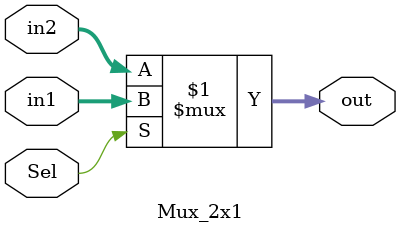
<source format=v>
`timescale 1ns / 1ps

module Mux_2x1 #(parameter N = 18)
(
    input [N-1:0]in1,in2,
    input Sel,
    output [N-1:0]out
);

assign out = Sel?in1:in2;

endmodule

</source>
